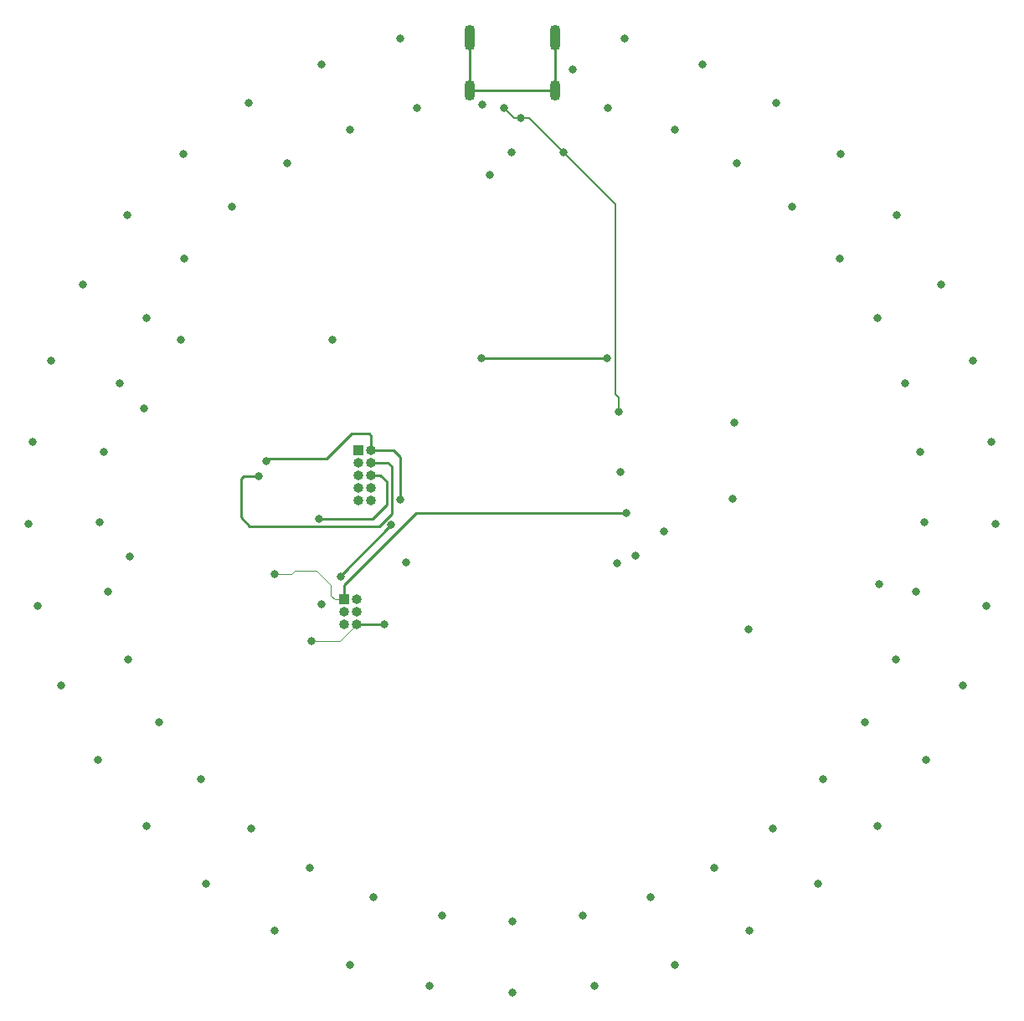
<source format=gbr>
%TF.GenerationSoftware,KiCad,Pcbnew,(6.0.7)*%
%TF.CreationDate,2022-10-20T10:19:37-04:00*%
%TF.ProjectId,SpiritBall,53706972-6974-4426-916c-6c2e6b696361,rev?*%
%TF.SameCoordinates,Original*%
%TF.FileFunction,Copper,L4,Bot*%
%TF.FilePolarity,Positive*%
%FSLAX46Y46*%
G04 Gerber Fmt 4.6, Leading zero omitted, Abs format (unit mm)*
G04 Created by KiCad (PCBNEW (6.0.7)) date 2022-10-20 10:19:37*
%MOMM*%
%LPD*%
G01*
G04 APERTURE LIST*
%TA.AperFunction,ComponentPad*%
%ADD10R,1.000000X1.000000*%
%TD*%
%TA.AperFunction,ComponentPad*%
%ADD11O,1.000000X1.000000*%
%TD*%
%TA.AperFunction,ComponentPad*%
%ADD12O,1.100000X2.100000*%
%TD*%
%TA.AperFunction,ComponentPad*%
%ADD13O,1.100000X2.600000*%
%TD*%
%TA.AperFunction,ViaPad*%
%ADD14C,0.800000*%
%TD*%
%TA.AperFunction,Conductor*%
%ADD15C,0.100000*%
%TD*%
%TA.AperFunction,Conductor*%
%ADD16C,0.250000*%
%TD*%
%TA.AperFunction,Conductor*%
%ADD17C,0.200000*%
%TD*%
G04 APERTURE END LIST*
D10*
%TO.P,J3,1,ESP_EN*%
%TO.N,EN{slash}CHIP_PU*%
X84582000Y-110744000D03*
D11*
%TO.P,J3,2,VCC*%
%TO.N,Net-(D38-Pad2)*%
X85852000Y-110744000D03*
%TO.P,J3,3,ESP_TXD*%
%TO.N,UART_0_TXD*%
X84582000Y-112014000D03*
%TO.P,J3,4,GND*%
%TO.N,GND*%
X85852000Y-112014000D03*
%TO.P,J3,5,ESP_RXD*%
%TO.N,UART_0_RXD*%
X84582000Y-113284000D03*
%TO.P,J3,6,ESP_IO0*%
%TO.N,GPIO0{slash}BOOT*%
X85852000Y-113284000D03*
%TD*%
D12*
%TO.P,J1,S1,SHIELD*%
%TO.N,unconnected-(J1-PadS1)*%
X105920000Y-59240000D03*
%TO.P,J1,S2,SHIELD*%
X97280000Y-59240000D03*
D13*
%TO.P,J1,S3,SHIELD*%
X105920000Y-53880000D03*
%TO.P,J1,S4,SHIELD*%
X97280000Y-53880000D03*
%TD*%
D10*
%TO.P,J4,1,VCC*%
%TO.N,Net-(D37-Pad2)*%
X86077435Y-95634251D03*
D11*
%TO.P,J4,2,ESP_TMS*%
%TO.N,/ESP32-S3/Debug/ESP_TMS*%
X87347435Y-95634251D03*
%TO.P,J4,3,GND*%
%TO.N,GND*%
X86077435Y-96904251D03*
%TO.P,J4,4,ESP_TCK*%
%TO.N,/ESP32-S3/Debug/ESP_TCK*%
X87347435Y-96904251D03*
%TO.P,J4,5,GND*%
%TO.N,GND*%
X86077435Y-98174251D03*
%TO.P,J4,6,ESP_TDO*%
%TO.N,/ESP32-S3/Debug/ESP_TDO*%
X87347435Y-98174251D03*
%TO.P,J4,7,GND*%
%TO.N,GND*%
X86077435Y-99444251D03*
%TO.P,J4,8,ESP_TDI*%
%TO.N,/ESP32-S3/Debug/ESP_TDI*%
X87347435Y-99444251D03*
%TO.P,J4,9,GND*%
%TO.N,GND*%
X86077435Y-100714251D03*
%TO.P,J4,10,NC*%
%TO.N,unconnected-(J4-Pad10)*%
X87347435Y-100714251D03*
%TD*%
D14*
%TO.N,GND*%
X59733511Y-126955246D03*
X85181054Y-147709756D03*
X68344202Y-65687004D03*
X83413600Y-84505800D03*
X53653905Y-111441919D03*
X74942207Y-60550597D03*
X93268959Y-149831578D03*
X101600000Y-150545801D03*
X134855799Y-65687005D03*
X123926600Y-100558600D03*
X148202735Y-86637499D03*
X64660135Y-133711334D03*
X107696000Y-57150000D03*
X125627677Y-144242258D03*
X124041011Y-92908066D03*
X90256914Y-53986706D03*
X138539864Y-133711335D03*
X143466488Y-126955247D03*
X56028728Y-119459186D03*
X150069463Y-94788062D03*
X82318198Y-56612185D03*
X90906600Y-107035600D03*
X58224057Y-78923604D03*
X118018945Y-147709756D03*
X120881802Y-56612185D03*
X132535180Y-139530279D03*
X70664820Y-139530278D03*
X54997265Y-86637498D03*
X149546095Y-111441920D03*
X109931040Y-149831578D03*
X112215944Y-107054555D03*
X140483260Y-71871504D03*
X53130537Y-94788061D03*
X62716741Y-71871503D03*
X52678351Y-103137424D03*
X116916200Y-103860600D03*
X147171272Y-119459187D03*
X77572322Y-144242257D03*
X128257794Y-60550598D03*
X125476000Y-113792000D03*
X98552000Y-60706000D03*
X82300283Y-111217347D03*
X150521649Y-103137425D03*
X144975944Y-78923605D03*
X101574600Y-65557400D03*
X112943087Y-53986706D03*
%TO.N,EN{slash}CHIP_PU*%
X77622400Y-108204000D03*
X113106200Y-101981000D03*
%TO.N,/ESP32-S3/LED Data*%
X98501200Y-86360000D03*
X111175800Y-86360000D03*
%TO.N,UART_0_TXD*%
X84302600Y-108407200D03*
X89382600Y-103236971D03*
%TO.N,+5V*%
X142454949Y-109986316D03*
X73262677Y-70998476D03*
X140431359Y-116817843D03*
X64639284Y-82277405D03*
X115590612Y-140890202D03*
X141310270Y-88850427D03*
X138560715Y-82277405D03*
X127959920Y-133920454D03*
X129937322Y-70998475D03*
X111265463Y-61028631D03*
X124315151Y-66621734D03*
X118030056Y-63265806D03*
X68467508Y-76268298D03*
X122074025Y-137935540D03*
X87609389Y-140890202D03*
X99314000Y-67818000D03*
X137274506Y-123205248D03*
X108698894Y-142698210D03*
X60299088Y-95795536D03*
X91934536Y-61028631D03*
X62768642Y-116817843D03*
X81125976Y-137935540D03*
X138684000Y-109220000D03*
X61889730Y-88850428D03*
X101600000Y-143306800D03*
X68072000Y-84505800D03*
X60745051Y-109986317D03*
X78884848Y-66621735D03*
X85169943Y-63265807D03*
X142900912Y-95795535D03*
X143286220Y-102910042D03*
X94501107Y-142698210D03*
X59913780Y-102910043D03*
X65925494Y-123205249D03*
X75240081Y-133920455D03*
X134732491Y-76268297D03*
X62966600Y-106426000D03*
X64414400Y-91440000D03*
X133076522Y-128962122D03*
X70123479Y-128962123D03*
%TO.N,+3.3V*%
X114109888Y-106362112D03*
X112547400Y-97891600D03*
%TO.N,GPIO0{slash}BOOT*%
X88646000Y-113284000D03*
X81284283Y-114988896D03*
%TO.N,USB_D-*%
X106807000Y-65532000D03*
X112344742Y-91806598D03*
X100812600Y-61036200D03*
X102438700Y-62036100D03*
%TO.N,/ESP32-S3/Debug/ESP_TMS*%
X90311029Y-100696971D03*
X76708000Y-96774000D03*
%TO.N,/ESP32-S3/Debug/ESP_TCK*%
X75946000Y-98298000D03*
%TO.N,/ESP32-S3/Debug/ESP_TDO*%
X82042000Y-102616000D03*
%TD*%
D15*
%TO.N,EN{slash}CHIP_PU*%
X81788000Y-107823000D02*
X83286600Y-109321600D01*
D16*
X84582000Y-109270800D02*
X84582000Y-110744000D01*
X91871800Y-101981000D02*
X84582000Y-109270800D01*
X113106200Y-101981000D02*
X91871800Y-101981000D01*
D15*
X83286600Y-110388400D02*
X83642200Y-110744000D01*
X79273400Y-108204000D02*
X79654400Y-107823000D01*
X83286600Y-109321600D02*
X83286600Y-110388400D01*
X83642200Y-110744000D02*
X84582000Y-110744000D01*
X77622400Y-108204000D02*
X79273400Y-108204000D01*
X79654400Y-107823000D02*
X81788000Y-107823000D01*
D16*
%TO.N,/ESP32-S3/LED Data*%
X98501200Y-86360000D02*
X111175800Y-86360000D01*
%TO.N,UART_0_TXD*%
X89382600Y-103236971D02*
X84328000Y-108291571D01*
X84328000Y-108291571D02*
X84302600Y-108407200D01*
X84302600Y-108407200D02*
X84328000Y-108305600D01*
D15*
%TO.N,GPIO0{slash}BOOT*%
X81284283Y-114988896D02*
X84147104Y-114988896D01*
D16*
X88646000Y-113284000D02*
X85852000Y-113284000D01*
D15*
X84147104Y-114988896D02*
X85852000Y-113284000D01*
D17*
%TO.N,USB_D-*%
X112344200Y-90289656D02*
X112344200Y-91806056D01*
X101812500Y-62036100D02*
X100812600Y-61036200D01*
X102438700Y-62036100D02*
X103311100Y-62036100D01*
X106807000Y-65532000D02*
X112046016Y-70771016D01*
X112046016Y-70771016D02*
X112046016Y-89991472D01*
X112344200Y-91806056D02*
X112344742Y-91806598D01*
X103311100Y-62036100D02*
X106807000Y-65532000D01*
X102438700Y-62036100D02*
X101812500Y-62036100D01*
X112046016Y-89991472D02*
X112344200Y-90289656D01*
D16*
%TO.N,/ESP32-S3/Debug/ESP_TMS*%
X87347435Y-94205435D02*
X87122000Y-93980000D01*
X90291065Y-96316261D02*
X90291065Y-100684147D01*
X87347435Y-95634251D02*
X87347435Y-94205435D01*
X87347435Y-95634251D02*
X89609055Y-95634251D01*
X89609055Y-95634251D02*
X90291065Y-96316261D01*
X76962000Y-96520000D02*
X76708000Y-96774000D01*
X82804000Y-96520000D02*
X76962000Y-96520000D01*
X85344000Y-93980000D02*
X82804000Y-96520000D01*
X87122000Y-93980000D02*
X85344000Y-93980000D01*
%TO.N,/ESP32-S3/Debug/ESP_TCK*%
X75946000Y-103378000D02*
X75082722Y-103378000D01*
X74422000Y-98298000D02*
X75946000Y-98298000D01*
X89408000Y-97282000D02*
X89408000Y-102108000D01*
X88646000Y-102870000D02*
X88138000Y-103378000D01*
X74168000Y-102463278D02*
X74168000Y-98552000D01*
X74168000Y-98552000D02*
X74422000Y-98298000D01*
X89408000Y-102108000D02*
X88646000Y-102870000D01*
X89030251Y-96904251D02*
X89408000Y-97282000D01*
X88138000Y-103378000D02*
X75946000Y-103378000D01*
X87347435Y-96904251D02*
X89030251Y-96904251D01*
X75082722Y-103378000D02*
X74168000Y-102463278D01*
%TO.N,/ESP32-S3/Debug/ESP_TDO*%
X87347435Y-98174251D02*
X88268251Y-98174251D01*
X88900000Y-98806000D02*
X88900000Y-101198156D01*
X88900000Y-101198156D02*
X87482156Y-102616000D01*
X87482156Y-102616000D02*
X82042000Y-102616000D01*
X88268251Y-98174251D02*
X88900000Y-98806000D01*
%TO.N,unconnected-(J1-PadS1)*%
X105920000Y-59240000D02*
X105920000Y-53880000D01*
X97280000Y-53880000D02*
X97280000Y-59240000D01*
X97280000Y-59240000D02*
X105920000Y-59240000D01*
%TD*%
M02*

</source>
